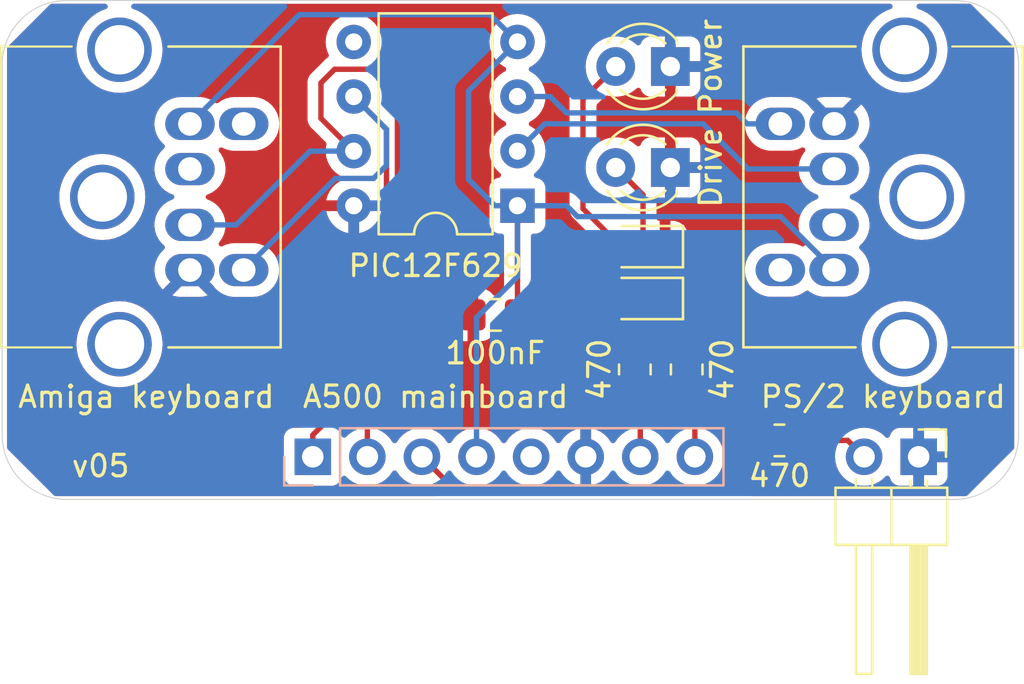
<source format=kicad_pcb>
(kicad_pcb (version 20221018) (generator pcbnew)
  (layers (0 "F.Cu" signal) (31 "B.Cu" signal) (34 "B.Paste" user) (35 "F.Paste" user) (36 "B.SilkS" user "B.Silkscreen") (37 "F.SilkS" user "F.Silkscreen") (38 "B.Mask" user) (39 "F.Mask" user) (44 "Edge.Cuts" user))
  (net 0 "")
  (net 1 "GND")
  (net 2 "Net-(D1-A)")
  (net 3 "Net-(D2-A)")
  (net 4 "amigadat")
  (net 5 "amigaclock")
  (net 6 "kdat")
  (net 8 "led_power")
  (net 9 "led_floppy")
  (net 10 "VCC")
  (net 11 "kclock")
  (net 12 "reset500")
  (net 17 "Net-(R500-Pad2)")
  (net 18 "reset2000")
  (footprint "own:Mini-DIN-6_PS2-Keyboard-Socket_Connfly_DS1093-01-PN60" (layer "F.Cu") (at 119.38 93.0656 -90)
    (fp_text reference "J11")
    (fp_text value "Amiga keyboard" (at 9.2964 2.032) (layer "F.SilkS"))
    (fp_line (start -7 -4.22) (end -7 1) (stroke (width 0.12)) (layer "F.SilkS"))
    (fp_line (start -7 8.78) (end -7 5.5) (stroke (width 0.1)) (layer "F.SilkS"))
    (fp_line (start -7 8.78) (end 7 8.78) (stroke (width 0.12)) (layer "F.SilkS"))
    (fp_line (start 7 -4.22) (end -7 -4.22) (stroke (width 0.12)) (layer "F.SilkS"))
    (fp_line (start 7 1) (end 7 -4.22) (stroke (width 0.12)) (layer "F.SilkS"))
    (fp_line (start 7 8.78) (end 7 5.5) (stroke (width 0.1)) (layer "F.SilkS"))
    (pad "" thru_hole circle (at -6.85 3.28 270) (size 3 3) (drill 2.3) (layers "*.Cu" "*.Mask"))
    (pad "" thru_hole circle (at 0 4.08 270) (size 3 3) (drill 2.3) (layers "*.Cu" "*.Mask"))
    (pad "" thru_hole circle (at 6.85 3.28 270) (size 3 3) (drill 2.3) (layers "*.Cu" "*.Mask"))
    (pad "1" thru_hole oval (at 1.3 0 270) (size 1.5 2.3) (drill 1.1) (layers "*.Cu" "*.Mask") (net 4 "amigadat"))
    (pad "2" thru_hole oval (at -1.3 0 270) (size 1.5 2.3) (drill 1.1) (layers "*.Cu" "*.Mask"))
    (pad "3" thru_hole oval (at 3.4 0 270) (size 1.5 2.3) (drill 1.1) (layers "*.Cu" "*.Mask") (net 1 "GND"))
    (pad "4" thru_hole oval (at -3.4 0 270) (size 1.5 2.3) (drill 1.1) (layers "*.Cu" "*.Mask") (net 10 "VCC"))
    (pad "5" thru_hole oval (at 3.4 -2.5 270) (size 1.5 2.3) (drill 1.1) (layers "*.Cu" "*.Mask") (net 5 "amigaclock"))
    (pad "6" thru_hole oval (at -3.4 -2.5 270) (size 1.5 2.3) (drill 1.1) (layers "*.Cu" "*.Mask"))
  )
  (footprint "LED_THT:LED_D3.0mm" (layer "F.Cu") (at 141.732 91.694 180)
    (fp_text reference "D4")
    (fp_text value "Drive" (at -1.8773 0 90) (layer "F.SilkS"))
    (fp_line (start -0.29 -1.236) (end -0.29 -1.08) (stroke (width 0.12)) (layer "F.SilkS"))
    (fp_line (start -0.29 1.08) (end -0.29 1.236) (stroke (width 0.12)) (layer "F.SilkS"))
    (fp_arc (start -0.29 -1.235516) (mid 1.366487 -1.987659) (end 2.942335 -1.078608) (stroke (width 0.12)) (layer "F.SilkS"))
    (fp_arc (start 0.229039 -1.08) (mid 1.270117 -1.5) (end 2.31113 -1.079837) (stroke (width 0.12)) (layer "F.SilkS"))
    (fp_arc (start 2.31113 1.079837) (mid 1.270117 1.5) (end 0.229039 1.08) (stroke (width 0.12)) (layer "F.SilkS"))
    (fp_arc (start 2.942335 1.078608) (mid 1.366487 1.987659) (end -0.29 1.235516) (stroke (width 0.12)) (layer "F.SilkS"))
    (pad "1" thru_hole rect (at 0 0 180) (size 1.8 1.8) (drill 0.9) (layers "*.Cu" "*.Mask") (net 1 "GND"))
    (pad "2" thru_hole circle (at 2.54 0 180) (size 1.8 1.8) (drill 0.9) (layers "*.Cu" "*.Mask") (net 3 "Net-(D2-A)"))
  )
  (footprint "Resistor_SMD:R_0805_2012Metric_Pad1.20x1.40mm_HandSolder" (layer "F.Cu") (at 142.494 101.092 90)
    (fp_text reference "R2")
    (fp_text value "470" (at 0 1.651 90) (layer "F.SilkS"))
    (fp_line (start -0.227064 -0.735) (end 0.227064 -0.735) (stroke (width 0.12)) (layer "F.SilkS"))
    (fp_line (start -0.227064 0.735) (end 0.227064 0.735) (stroke (width 0.12)) (layer "F.SilkS"))
    (pad "1" smd roundrect (at -1 0 90) (size 1.2 1.4) (layers "F.Cu" "F.Paste" "F.Mask") (roundrect_rratio 0.2083333333) (net 9 "led_floppy"))
    (pad "2" smd roundrect (at 1 0 90) (size 1.2 1.4) (layers "F.Cu" "F.Paste" "F.Mask") (roundrect_rratio 0.2083333333) (net 3 "Net-(D2-A)"))
  )
  (footprint "LED_SMD:LED_0805_2012Metric_Pad1.15x1.40mm_HandSolder" (layer "F.Cu") (at 140.462 97.79 180)
    (fp_text reference "D2")
    (fp_text value "Drive 0805")
    (fp_line (start -1.86 -0.96) (end -1.86 0.96) (stroke (width 0.12)) (layer "F.SilkS"))
    (fp_line (start -1.86 0.96) (end 1 0.96) (stroke (width 0.12)) (layer "F.SilkS"))
    (fp_line (start 1 -0.96) (end -1.86 -0.96) (stroke (width 0.12)) (layer "F.SilkS"))
    (pad "1" smd roundrect (at -1.025 0 180) (size 1.15 1.4) (layers "F.Cu" "F.Paste" "F.Mask") (roundrect_rratio 0.2173913043) (net 1 "GND"))
    (pad "2" smd roundrect (at 1.025 0 180) (size 1.15 1.4) (layers "F.Cu" "F.Paste" "F.Mask") (roundrect_rratio 0.2173913043) (net 3 "Net-(D2-A)"))
  )
  (footprint "Resistor_SMD:R_0805_2012Metric_Pad1.20x1.40mm_HandSolder" (layer "F.Cu") (at 146.812 104.394)
    (fp_text reference "R500" hide)
    (fp_text value "470" (at 0 1.65) (layer "F.SilkS"))
    (fp_line (start -0.227064 -0.735) (end 0.227064 -0.735) (stroke (width 0.12)) (layer "F.SilkS"))
    (fp_line (start -0.227064 0.735) (end 0.227064 0.735) (stroke (width 0.12)) (layer "F.SilkS"))
    (pad "1" smd roundrect (at -1 0) (size 1.2 1.4) (layers "F.Cu" "F.Paste" "F.Mask") (roundrect_rratio 0.2083333333) (net 12 "reset500"))
    (pad "2" smd roundrect (at 1 0) (size 1.2 1.4) (layers "F.Cu" "F.Paste" "F.Mask") (roundrect_rratio 0.2083333333) (net 17 "Net-(R500-Pad2)"))
  )
  (footprint "Connector_PinHeader_2.54mm:PinHeader_1x02_P2.54mm_Horizontal" (layer "F.Cu") (at 153.289 105.156 -90)
    (fp_text reference "SW500" hide)
    (fp_text value "SW_Push")
    (fp_line (start -1.27 -1.27) (end 0 -1.27) (stroke (width 0.12)) (layer "F.SilkS"))
    (fp_line (start -1.27 0) (end -1.27 -1.27) (stroke (width 0.12)) (layer "F.SilkS"))
    (fp_line (start 1.042929 2.16) (end 1.44 2.16) (stroke (width 0.12)) (layer "F.SilkS"))
    (fp_line (start 1.042929 2.92) (end 1.44 2.92) (stroke (width 0.12)) (layer "F.SilkS"))
    (fp_line (start 1.11 -0.38) (end 1.44 -0.38) (stroke (width 0.12)) (layer "F.SilkS"))
    (fp_line (start 1.11 0.38) (end 1.44 0.38) (stroke (width 0.12)) (layer "F.SilkS"))
    (fp_line (start 1.44 -1.33) (end 1.44 3.87) (stroke (width 0.12)) (layer "F.SilkS"))
    (fp_line (start 1.44 1.27) (end 4.1 1.27) (stroke (width 0.12)) (layer "F.SilkS"))
    (fp_line (start 1.44 3.87) (end 4.1 3.87) (stroke (width 0.12)) (layer "F.SilkS"))
    (fp_line (start 4.1 -1.33) (end 1.44 -1.33) (stroke (width 0.12)) (layer "F.SilkS"))
    (fp_line (start 4.1 -0.38) (end 10.1 -0.38) (stroke (width 0.12)) (layer "F.SilkS"))
    (fp_line (start 4.1 -0.32) (end 10.1 -0.32) (stroke (width 0.12)) (layer "F.SilkS"))
    (fp_line (start 4.1 -0.2) (end 10.1 -0.2) (stroke (width 0.12)) (layer "F.SilkS"))
    (fp_line (start 4.1 -0.08) (end 10.1 -0.08) (stroke (width 0.12)) (layer "F.SilkS"))
    (fp_line (start 4.1 0.04) (end 10.1 0.04) (stroke (width 0.12)) (layer "F.SilkS"))
    (fp_line (start 4.1 0.16) (end 10.1 0.16) (stroke (width 0.12)) (layer "F.SilkS"))
    (fp_line (start 4.1 0.28) (end 10.1 0.28) (stroke (width 0.12)) (layer "F.SilkS"))
    (fp_line (start 4.1 2.16) (end 10.1 2.16) (stroke (width 0.12)) (layer "F.SilkS"))
    (fp_line (start 4.1 3.87) (end 4.1 -1.33) (stroke (width 0.12)) (layer "F.SilkS"))
    (fp_line (start 10.1 -0.38) (end 10.1 0.38) (stroke (width 0.12)) (layer "F.SilkS"))
    (fp_line (start 10.1 0.38) (end 4.1 0.38) (stroke (width 0.12)) (layer "F.SilkS"))
    (fp_line (start 10.1 2.16) (end 10.1 2.92) (stroke (width 0.12)) (layer "F.SilkS"))
    (fp_line (start 10.1 2.92) (end 4.1 2.92) (stroke (width 0.12)) (layer "F.SilkS"))
    (pad "1" thru_hole rect (at 0 0 270) (size 1.7 1.7) (drill 1) (layers "*.Cu" "*.Mask") (net 1 "GND"))
    (pad "2" thru_hole oval (at 0 2.54 270) (size 1.7 1.7) (drill 1) (layers "*.Cu" "*.Mask") (net 17 "Net-(R500-Pad2)"))
  )
  (footprint "Package_DIP:DIP-8_W7.62mm" (layer "F.Cu") (at 134.62 93.472 180)
    (fp_text reference "U1")
    (fp_text value "PIC12F629" (at 3.81 -2.794) (layer "F.SilkS"))
    (fp_line (start 1.16 -1.33) (end 1.16 8.95) (stroke (width 0.12)) (layer "F.SilkS"))
    (fp_line (start 1.16 8.95) (end 6.46 8.95) (stroke (width 0.12)) (layer "F.SilkS"))
    (fp_line (start 2.81 -1.33) (end 1.16 -1.33) (stroke (width 0.12)) (layer "F.SilkS"))
    (fp_line (start 6.46 -1.33) (end 4.81 -1.33) (stroke (width 0.12)) (layer "F.SilkS"))
    (fp_line (start 6.46 8.95) (end 6.46 -1.33) (stroke (width 0.12)) (layer "F.SilkS"))
    (fp_arc (start 4.81 -1.33) (mid 3.81 -0.33) (end 2.81 -1.33) (stroke (width 0.12)) (layer "F.SilkS"))
    (pad "1" thru_hole rect (at 0 0 180) (size 1.6 1.6) (drill 0.8) (layers "*.Cu" "*.Mask") (net 10 "VCC"))
    (pad "2" thru_hole oval (at 0 2.54 180) (size 1.6 1.6) (drill 0.8) (layers "*.Cu" "*.Mask") (net 6 "kdat"))
    (pad "3" thru_hole oval (at 0 5.08 180) (size 1.6 1.6) (drill 0.8) (layers "*.Cu" "*.Mask") (net 11 "kclock"))
    (pad "4" thru_hole oval (at 0 7.62 180) (size 1.6 1.6) (drill 0.8) (layers "*.Cu" "*.Mask") (net 10 "VCC"))
    (pad "5" thru_hole oval (at 7.62 7.62 180) (size 1.6 1.6) (drill 0.8) (layers "*.Cu" "*.Mask") (net 18 "reset2000"))
    (pad "6" thru_hole oval (at 7.62 5.08 180) (size 1.6 1.6) (drill 0.8) (layers "*.Cu" "*.Mask") (net 5 "amigaclock"))
    (pad "7" thru_hole oval (at 7.62 2.54 180) (size 1.6 1.6) (drill 0.8) (layers "*.Cu" "*.Mask") (net 4 "amigadat"))
    (pad "8" thru_hole oval (at 7.62 0 180) (size 1.6 1.6) (drill 0.8) (layers "*.Cu" "*.Mask") (net 1 "GND"))
  )
  (footprint "LED_SMD:LED_0805_2012Metric_Pad1.15x1.40mm_HandSolder" (layer "F.Cu") (at 140.462 95.377 180)
    (fp_text reference "D1")
    (fp_text value "Power 0805")
    (fp_line (start -1.86 -0.96) (end -1.86 0.96) (stroke (width 0.12)) (layer "F.SilkS"))
    (fp_line (start -1.86 0.96) (end 1 0.96) (stroke (width 0.12)) (layer "F.SilkS"))
    (fp_line (start 1 -0.96) (end -1.86 -0.96) (stroke (width 0.12)) (layer "F.SilkS"))
    (pad "1" smd roundrect (at -1.025 0 180) (size 1.15 1.4) (layers "F.Cu" "F.Paste" "F.Mask") (roundrect_rratio 0.2173913043) (net 1 "GND"))
    (pad "2" smd roundrect (at 1.025 0 180) (size 1.15 1.4) (layers "F.Cu" "F.Paste" "F.Mask") (roundrect_rratio 0.2173913043) (net 2 "Net-(D1-A)"))
  )
  (footprint "own:Mini-DIN-6_PS2-Keyboard-Socket_Connfly_DS1093-01-PN60" (layer "F.Cu") (at 149.352 93.062 90)
    (fp_text reference "J2")
    (fp_text value "PS/2 keyboard" (at -9.3 2.286 180) (layer "F.SilkS"))
    (fp_line (start -7 -4.22) (end -7 1) (stroke (width 0.12)) (layer "F.SilkS"))
    (fp_line (start -7 8.78) (end -7 5.5) (stroke (width 0.1)) (layer "F.SilkS"))
    (fp_line (start -7 8.78) (end 7 8.78) (stroke (width 0.12)) (layer "F.SilkS"))
    (fp_line (start 7 -4.22) (end -7 -4.22) (stroke (width 0.12)) (layer "F.SilkS"))
    (fp_line (start 7 1) (end 7 -4.22) (stroke (width 0.12)) (layer "F.SilkS"))
    (fp_line (start 7 8.78) (end 7 5.5) (stroke (width 0.1)) (layer "F.SilkS"))
    (pad "" thru_hole circle (at -6.85 3.28 90) (size 3 3) (drill 2.3) (layers "*.Cu" "*.Mask"))
    (pad "" thru_hole circle (at 0 4.08 90) (size 3 3) (drill 2.3) (layers "*.Cu" "*.Mask"))
    (pad "" thru_hole circle (at 6.85 3.28 90) (size 3 3) (drill 2.3) (layers "*.Cu" "*.Mask"))
    (pad "1" thru_hole oval (at 1.3 0 90) (size 1.5 2.3) (drill 1.1) (layers "*.Cu" "*.Mask") (net 6 "kdat"))
    (pad "2" thru_hole oval (at -1.3 0 90) (size 1.5 2.3) (drill 1.1) (layers "*.Cu" "*.Mask"))
    (pad "3" thru_hole oval (at 3.4 0 90) (size 1.5 2.3) (drill 1.1) (layers "*.Cu" "*.Mask") (net 1 "GND"))
    (pad "4" thru_hole oval (at -3.4 0 90) (size 1.5 2.3) (drill 1.1) (layers "*.Cu" "*.Mask") (net 10 "VCC"))
    (pad "5" thru_hole oval (at 3.4 -2.5 90) (size 1.5 2.3) (drill 1.1) (layers "*.Cu" "*.Mask") (net 11 "kclock"))
    (pad "6" thru_hole oval (at -3.4 -2.5 90) (size 1.5 2.3) (drill 1.1) (layers "*.Cu" "*.Mask"))
  )
  (footprint "LED_THT:LED_D3.0mm" (layer "F.Cu") (at 141.732 86.995 180)
    (fp_text reference "D3")
    (fp_text value "Power" (at -1.8723 0 90) (layer "F.SilkS"))
    (fp_line (start -0.29 -1.236) (end -0.29 -1.08) (stroke (width 0.12)) (layer "F.SilkS"))
    (fp_line (start -0.29 1.08) (end -0.29 1.236) (stroke (width 0.12)) (layer "F.SilkS"))
    (fp_arc (start -0.29 -1.235516) (mid 1.366487 -1.987659) (end 2.942335 -1.078608) (stroke (width 0.12)) (layer "F.SilkS"))
    (fp_arc (start 0.229039 -1.08) (mid 1.270117 -1.5) (end 2.31113 -1.079837) (stroke (width 0.12)) (layer "F.SilkS"))
    (fp_arc (start 2.31113 1.079837) (mid 1.270117 1.5) (end 0.229039 1.08) (stroke (width 0.12)) (layer "F.SilkS"))
    (fp_arc (start 2.942335 1.078608) (mid 1.366487 1.987659) (end -0.29 1.235516) (stroke (width 0.12)) (layer "F.SilkS"))
    (pad "1" thru_hole rect (at 0 0 180) (size 1.8 1.8) (drill 0.9) (layers "*.Cu" "*.Mask") (net 1 "GND"))
    (pad "2" thru_hole circle (at 2.54 0 180) (size 1.8 1.8) (drill 0.9) (layers "*.Cu" "*.Mask") (net 2 "Net-(D1-A)"))
  )
  (footprint "Capacitor_SMD:C_0805_2012Metric_Pad1.18x1.45mm_HandSolder" (layer "F.Cu") (at 133.5825 98.552 180)
    (fp_text reference "C1")
    (fp_text value "100nF" (at 0 -1.778 180) (layer "F.SilkS"))
    (fp_line (start -0.261252 -0.735) (end 0.261252 -0.735) (stroke (width 0.12)) (layer "F.SilkS"))
    (fp_line (start -0.261252 0.735) (end 0.261252 0.735) (stroke (width 0.12)) (layer "F.SilkS"))
    (pad "1" smd roundrect (at -1.0375 0 180) (size 1.175 1.45) (layers "F.Cu" "F.Paste" "F.Mask") (roundrect_rratio 0.2127659574) (net 10 "VCC"))
    (pad "2" smd roundrect (at 1.0375 0 180) (size 1.175 1.45) (layers "F.Cu" "F.Paste" "F.Mask") (roundrect_rratio 0.2127659574) (net 1 "GND"))
  )
  (footprint "Resistor_SMD:R_0805_2012Metric_Pad1.20x1.40mm_HandSolder" (layer "F.Cu") (at 140.081 101.0901 90)
    (fp_text reference "R1")
    (fp_text value "470" (at -0.0019 -1.651 90) (layer "F.SilkS"))
    (fp_line (start -0.227064 -0.735) (end 0.227064 -0.735) (stroke (width 0.12)) (layer "F.SilkS"))
    (fp_line (start -0.227064 0.735) (end 0.227064 0.735) (stroke (width 0.12)) (layer "F.SilkS"))
    (pad "1" smd roundrect (at -1 0 90) (size 1.2 1.4) (layers "F.Cu" "F.Paste" "F.Mask") (roundrect_rratio 0.2083333333) (net 8 "led_power"))
    (pad "2" smd roundrect (at 1 0 90) (size 1.2 1.4) (layers "F.Cu" "F.Paste" "F.Mask") (roundrect_rratio 0.2083333333) (net 2 "Net-(D1-A)"))
  )
  (footprint "Connector_PinSocket_2.54mm:PinSocket_1x08_P2.54mm_Vertical" (layer "B.Cu") (at 125.095 105.156 -90)
    (fp_text reference "J12")
    (fp_text value "A500 mainboard" (at -2.794 -5.715) (layer "F.SilkS"))
    (fp_line (start -1.33 -19.11) (end 1.33 -19.11) (stroke (width 0.12)) (layer "B.SilkS"))
    (fp_line (start -1.33 -1.27) (end -1.33 -19.11) (stroke (width 0.12)) (layer "B.SilkS"))
    (fp_line (start -1.33 -1.27) (end 1.33 -1.27) (stroke (width 0.12)) (layer "B.SilkS"))
    (fp_line (start 0 1.33) (end 1.33 1.33) (stroke (width 0.12)) (layer "B.SilkS"))
    (fp_line (start 1.33 -1.27) (end 1.33 -19.11) (stroke (width 0.12)) (layer "B.SilkS"))
    (fp_line (start 1.33 1.33) (end 1.33 0) (stroke (width 0.12)) (layer "B.SilkS"))
    (pad "1" thru_hole rect (at 0 0 270) (size 1.7 1.7) (drill 1) (layers "*.Cu" "*.Mask") (net 5 "amigaclock"))
    (pad "2" thru_hole oval (at 0 -2.54 270) (size 1.7 1.7) (drill 1) (layers "*.Cu" "*.Mask") (net 4 "amigadat"))
    (pad "3" thru_hole oval (at 0 -5.08 270) (size 1.7 1.7) (drill 1) (layers "*.Cu" "*.Mask") (net 12 "reset500"))
    (pad "4" thru_hole oval (at 0 -7.62 270) (size 1.7 1.7) (drill 1) (layers "*.Cu" "*.Mask") (net 10 "VCC"))
    (pad "5" thru_hole oval (at 0 -10.16 270) (size 1.7 1.7) (drill 1) (layers "*.Cu" "*.Mask"))
    (pad "6" thru_hole oval (at 0 -12.7 270) (size 1.7 1.7) (drill 1) (layers "*.Cu" "*.Mask") (net 1 "GND"))
    (pad "7" thru_hole oval (at 0 -15.24 270) (size 1.7 1.7) (drill 1) (layers "*.Cu" "*.Mask") (net 8 "led_power"))
    (pad "8" thru_hole oval (at 0 -17.78 270) (size 1.7 1.7) (drill 1) (layers "*.Cu" "*.Mask") (net 9 "led_floppy"))
  )
  (gr_line (start 113.662199 107.14) (end 154.94 107.14) (stroke (width 0.05)) (layer "Edge.Cuts"))
  (gr_arc (start 110.6396 86.9244) (mid 111.51828 84.80308) (end 113.6396 83.9244) (stroke (width 0.05)) (layer "Edge.Cuts"))
  (gr_line (start 157.94 104.14) (end 157.94 86.9188) (stroke (width 0.05)) (layer "Edge.Cuts"))
  (gr_arc (start 154.94 83.9244) (mid 157.06132 84.80308) (end 157.94 86.9244) (stroke (width 0.05)) (layer "Edge.Cuts"))
  (gr_line (start 154.94 83.9244) (end 113.6396 83.9244) (stroke (width 0.05)) (layer "Edge.Cuts"))
  (gr_arc (start 157.94 104.14) (mid 157.06132 106.26132) (end 154.94 107.14) (stroke (width 0.05)) (layer "Edge.Cuts"))
  (gr_line (start 110.6396 86.9188) (end 110.6396 104.1174) (stroke (width 0.05)) (layer "Edge.Cuts"))
  (gr_arc (start 113.662199 107.14) (mid 111.524899 106.254701) (end 110.6396 104.1174) (stroke (width 0.05)) (layer "Edge.Cuts"))
  (gr_text "v05" (at 113.792 106.172) (layer "F.SilkS") (effects (font (size 1 1)) (justify left bottom)))
  (segment (start 137.668 88.519) (end 139.192 86.995) (width 0.25) (layer "F.Cu") (net 2))
  (segment (start 138.176 98.552) (end 139.7141 100.0901) (width 0.25) (layer "F.Cu") (net 2))
  (segment (start 139.437 95.377) (end 137.668 93.608) (width 0.25) (layer "F.Cu") (net 2))
  (segment (start 137.668 93.608) (end 137.668 88.519) (width 0.25) (layer "F.Cu") (net 2))
  (segment (start 139.7141 100.0901) (end 140.081 100.0901) (width 0.25) (layer "F.Cu") (net 2))
  (segment (start 138.176 96.638) (end 138.176 98.552) (width 0.25) (layer "F.Cu") (net 2))
  (segment (start 139.437 95.377) (end 138.176 96.638) (width 0.25) (layer "F.Cu") (net 2))
  (segment (start 140.462 96.765) (end 140.462 92.964) (width 0.25) (layer "F.Cu") (net 3))
  (segment (start 139.437 97.79) (end 139.6955 97.79) (width 0.25) (layer "F.Cu") (net 3))
  (segment (start 141.462 99.06) (end 142.494 100.092) (width 0.25) (layer "F.Cu") (net 3))
  (segment (start 140.462 92.964) (end 139.192 91.694) (width 0.25) (layer "F.Cu") (net 3))
  (segment (start 139.6955 97.79) (end 140.9655 99.06) (width 0.25) (layer "F.Cu") (net 3))
  (segment (start 140.9655 99.06) (end 141.462 99.06) (width 0.25) (layer "F.Cu") (net 3))
  (segment (start 139.437 97.79) (end 140.462 96.765) (width 0.25) (layer "F.Cu") (net 3))
  (segment (start 125.476 87.757) (end 126.111 87.122) (width 0.25) (layer "F.Cu") (net 4))
  (segment (start 129.032 88.138) (end 129.032 100.965) (width 0.25) (layer "F.Cu") (net 4))
  (segment (start 128.016 87.122) (end 129.032 88.138) (width 0.25) (layer "F.Cu") (net 4))
  (segment (start 127.635 102.362) (end 127.635 105.156) (width 0.25) (layer "F.Cu") (net 4))
  (segment (start 129.032 100.965) (end 127.635 102.362) (width 0.25) (layer "F.Cu") (net 4))
  (segment (start 127 90.932) (end 125.476 89.408) (width 0.25) (layer "F.Cu") (net 4))
  (segment (start 126.111 87.122) (end 128.016 87.122) (width 0.25) (layer "F.Cu") (net 4))
  (segment (start 125.476 89.408) (end 125.476 87.757) (width 0.25) (layer "F.Cu") (net 4))
  (segment (start 119.38 94.3656) (end 121.5344 94.3656) (width 0.25) (layer "B.Cu") (net 4))
  (segment (start 124.968 90.932) (end 127 90.932) (width 0.25) (layer "B.Cu") (net 4))
  (segment (start 121.5344 94.3656) (end 124.968 90.932) (width 0.25) (layer "B.Cu") (net 4))
  (segment (start 128.524 100.711) (end 125.095 104.14) (width 0.25) (layer "F.Cu") (net 5))
  (segment (start 128.524 89.916) (end 128.524 100.711) (width 0.25) (layer "F.Cu") (net 5))
  (segment (start 127 88.392) (end 128.524 89.916) (width 0.25) (layer "F.Cu") (net 5))
  (segment (start 125.095 104.14) (end 125.095 105.156) (width 0.25) (layer "F.Cu") (net 5))
  (segment (start 128.524 89.916) (end 127 88.392) (width 0.25) (layer "B.Cu") (net 5))
  (segment (start 128.524 91.600495) (end 128.524 89.916) (width 0.25) (layer "B.Cu") (net 5))
  (segment (start 127.922495 92.202) (end 128.524 91.600495) (width 0.25) (layer "B.Cu") (net 5))
  (segment (start 126.1436 92.202) (end 127.922495 92.202) (width 0.25) (layer "B.Cu") (net 5))
  (segment (start 121.88 96.4656) (end 126.1436 92.202) (width 0.25) (layer "B.Cu") (net 5))
  (segment (start 134.62 90.932) (end 135.89 89.662) (width 0.25) (layer "B.Cu") (net 6))
  (segment (start 145.356 91.762) (end 149.352 91.762) (width 0.25) (layer "B.Cu") (net 6))
  (segment (start 135.89 89.662) (end 143.256 89.662) (width 0.25) (layer "B.Cu") (net 6))
  (segment (start 143.256 89.662) (end 145.356 91.762) (width 0.25) (layer "B.Cu") (net 6))
  (segment (start 140.081 102.0901) (end 140.081 103.378) (width 0.25) (layer "F.Cu") (net 8))
  (segment (start 140.335 103.632) (end 140.335 105.156) (width 0.25) (layer "F.Cu") (net 8))
  (segment (start 140.081 103.378) (end 140.335 103.632) (width 0.25) (layer "F.Cu") (net 8))
  (segment (start 142.494 102.092) (end 142.494 103.3145) (width 0.25) (layer "F.Cu") (net 9))
  (segment (start 142.875 103.6955) (end 142.875 105.156) (width 0.25) (layer "F.Cu") (net 9))
  (segment (start 142.494 103.3145) (end 142.875 103.6955) (width 0.25) (layer "F.Cu") (net 9))
  (segment (start 134.62 93.472) (end 134.62 98.552) (width 0.25) (layer "F.Cu") (net 10))
  (segment (start 119.38 89.6656) (end 124.4636 84.582) (width 0.25) (layer "B.Cu") (net 10))
  (segment (start 137.414 93.98) (end 146.87 93.98) (width 0.25) (layer "B.Cu") (net 10))
  (segment (start 136.906 93.472) (end 137.414 93.98) (width 0.25) (layer "B.Cu") (net 10))
  (segment (start 132.344 92.246) (end 133.57 93.472) (width 0.25) (layer "B.Cu") (net 10))
  (segment (start 134.62 85.852) (end 132.344 88.128) (width 0.25) (layer "B.Cu") (net 10))
  (segment (start 133.57 93.472) (end 134.62 93.472) (width 0.25) (layer "B.Cu") (net 10))
  (segment (start 124.4636 84.582) (end 133.35 84.582) (width 0.25) (layer "B.Cu") (net 10))
  (segment (start 134.62 93.472) (end 136.906 93.472) (width 0.25) (layer "B.Cu") (net 10))
  (segment (start 133.35 84.582) (end 134.62 85.852) (width 0.25) (layer "B.Cu") (net 10))
  (segment (start 134.62 93.472) (end 134.62 96.774) (width 0.25) (layer "B.Cu") (net 10))
  (segment (start 134.62 96.774) (end 132.715 98.679) (width 0.25) (layer "B.Cu") (net 10))
  (segment (start 146.87 93.98) (end 149.352 96.462) (width 0.25) (layer "B.Cu") (net 10))
  (segment (start 132.344 88.128) (end 132.344 92.246) (width 0.25) (layer "B.Cu") (net 10))
  (segment (start 132.715 98.679) (end 132.715 105.156) (width 0.25) (layer "B.Cu") (net 10))
  (segment (start 145.308 89.662) (end 146.852 89.662) (width 0.25) (layer "B.Cu") (net 11))
  (segment (start 144.8 89.154) (end 145.308 89.662) (width 0.25) (layer "B.Cu") (net 11))
  (segment (start 136.144 88.392) (end 136.906 89.154) (width 0.25) (layer "B.Cu") (net 11))
  (segment (start 136.906 89.154) (end 144.8 89.154) (width 0.25) (layer "B.Cu") (net 11))
  (segment (start 134.62 88.392) (end 136.144 88.392) (width 0.25) (layer "B.Cu") (net 11))
  (segment (start 130.175 105.156) (end 131.699 106.68) (width 0.25) (layer "F.Cu") (net 12))
  (segment (start 131.699 106.68) (end 144.653 106.68) (width 0.25) (layer "F.Cu") (net 12))
  (segment (start 144.653 106.68) (end 145.812 105.521) (width 0.25) (layer "F.Cu") (net 12))
  (segment (start 145.812 105.521) (end 145.812 104.394) (width 0.25) (layer "F.Cu") (net 12))
  (segment (start 149.987 104.394) (end 150.749 105.156) (width 0.25) (layer "F.Cu") (net 17))
  (segment (start 147.812 104.394) (end 149.987 104.394) (width 0.25) (layer "F.Cu") (net 17))
  (zone (net 1) (net_name "GND") (layers "F&B.Cu") (connect_pads (clearance 0.5)) (min_thickness 0.25) (fill yes (thermal_gap 0.5) (thermal_bridge_width 0.5))
    (polygon (pts (xy 110.871 86.106) (xy 110.871 104.775) (xy 113.0808 106.9848) (xy 155.5242 106.9848) (xy 157.734 104.775) (xy 157.734 86.106) (xy 155.702 84.074) (xy 112.903 84.074)))
  )
)
</source>
